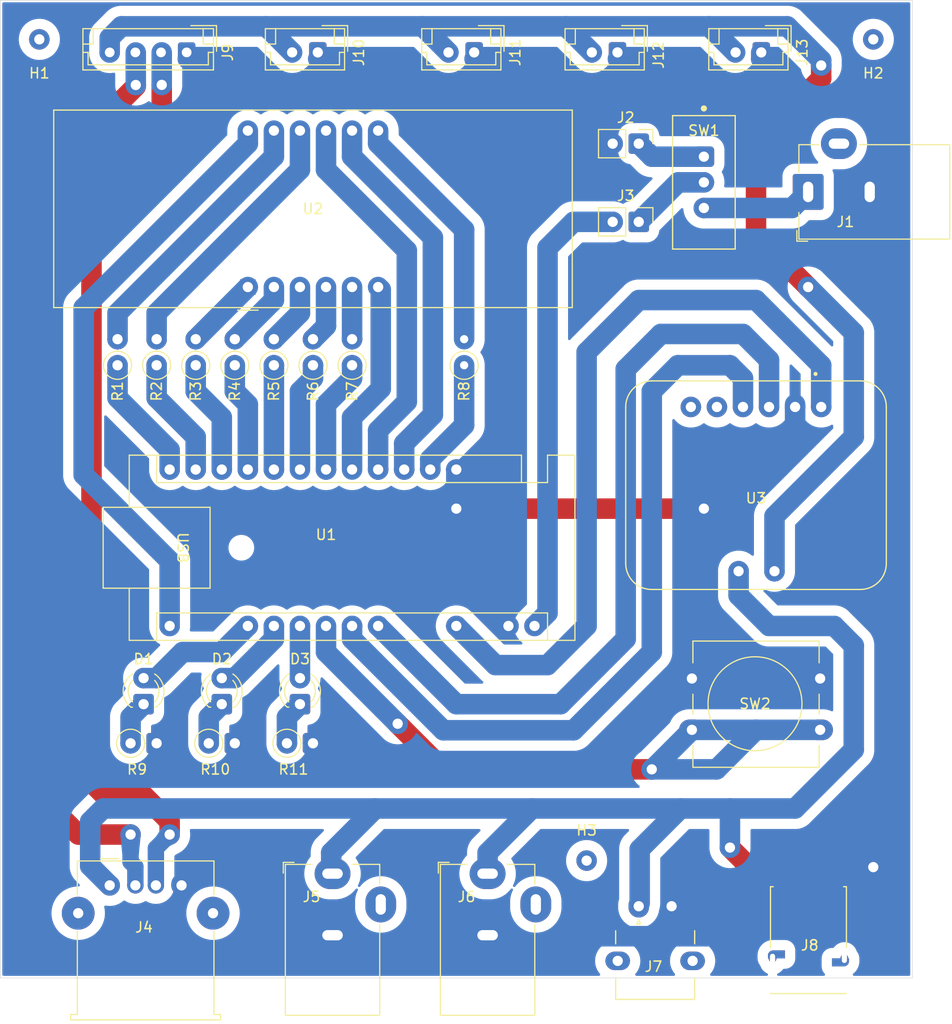
<source format=kicad_pcb>
(kicad_pcb (version 20241229) (generator "pcbnew") (generator_version "9.0")
  (layers (0 "F.Cu" signal) (2 "B.Cu" signal) (13 "F.Paste" user) (15 "B.Paste" user) (5 "F.SilkS" user "F.Silkscreen") (7 "B.SilkS" user "B.Silkscreen") (1 "F.Mask" user) (3 "B.Mask" user) (25 "Edge.Cuts" user))
  (net 0 "")
  (net 1 "I2C_SCL")
  (net 2 "PWR")
  (net 3 "DIG3")
  (net 4 "DIG4")
  (net 5 "Net-(D1-A)")
  (net 6 "I2C_SDA")
  (net 7 "GND")
  (net 8 "Net-(D2-A)")
  (net 9 "DIG1")
  (net 10 "Net-(D3-A)")
  (net 11 "Net-(U1-A3)")
  (net 12 "DIG2")
  (net 13 "5V")
  (net 14 "VIN+")
  (net 15 "VIN-")
  (net 16 "DATA1+")
  (net 17 "DATA1-")
  (net 18 "SEG_A")
  (net 19 "SEG_F")
  (net 20 "SEG_B")
  (net 21 "SEG_G")
  (net 22 "SEG_C")
  (net 23 "SEG_P")
  (net 24 "SEG_D")
  (net 25 "SEG_E")
  (net 26 "Net-(U2-a)")
  (net 27 "Net-(U2-b)")
  (net 28 "Net-(U2-c)")
  (net 29 "Net-(U2-d)")
  (net 30 "Net-(U2-e)")
  (net 31 "Net-(U2-f)")
  (net 32 "Net-(U2-g)")
  (net 33 "Net-(U2-DPX)")
  (net 36 "Net-(D1-K)")
  (net 37 "Net-(D2-K)")
  (net 38 "Net-(D3-K)")
  (net 39 "Net-(J1-Pad1)")
  (net 40 "Net-(J2-Pin_1)")
  (net 41 "Net-(J3-Pin_1)")
  (footprint "Custom:USB_B_Mini_OTG_THT_Molex_548190519" (layer "F.Cu") (at 158.75 121.56)
    (property "Reference" "J7" (at 1.44 5.61 0) (layer "F.SilkS"))
    (property "Value" "USB_B_Mini" (hide yes))
    (pad "1" thru_hole oval (at 0 -0.275) (size 2 2.2) (drill 1) (layers "*.Cu" "*.Mask") (net 14 "VIN+"))
    (pad "5" thru_hole roundrect (at 3.2 -0.275) (size 2 2.2) (drill 1) (layers "*.Cu" "*.Mask") (roundrect_rratio 0.1388888889) (net 7 "GND"))
    (pad "S1" thru_hole oval (at -2.05 5.05) (size 2.4 1.8) (drill 1) (layers "*.Cu" "*.Mask"))
    (pad "S2" thru_hole oval (at 5.25 5.05) (size 2.4 1.8) (drill 1) (layers "*.Cu" "*.Mask"))
  )
  (footprint "Connector_JST:JST_EH_B2B-EH-A_1x02_P2.50mm_Vertical" (layer "F.Cu") (at 170.688 38.1 180)
    (property "Reference" "J13" (at -4 0 90) (layer "F.SilkS"))
    (property "Value" "01x02" (hide yes))
    (pad "1" thru_hole roundrect (at 0 0 180) (size 1.7 2) (drill 1) (layers "*.Cu" "*.Mask") (roundrect_rratio 0.147059) (net 7 "GND"))
    (pad "2" thru_hole oval (at 2.5 0 180) (size 1.7 2) (drill 1) (layers "*.Cu" "*.Mask") (net 15 "VIN-"))
  )
  (footprint "Resistor_THT:R_Axial_DIN0207_L6.3mm_D2.5mm_P2.54mm_Vertical" (layer "F.Cu") (at 109.22 105.41)
    (property "Reference" "R9" (at 0.635 2.54 180) (layer "F.SilkS"))
    (property "Value" "R470" (hide yes))
    (pad "1" thru_hole circle (at 0 0) (size 2 2) (drill 1) (layers "*.Cu" "*.Mask") (net 36 "Net-(D1-K)"))
    (pad "2" thru_hole roundrect (at 2.54 0) (size 2 2) (drill 1) (layers "*.Cu" "*.Mask") (roundrect_rratio 0.1388888889) (net 7 "GND"))
  )
  (footprint "Resistor_THT:R_Axial_DIN0207_L6.3mm_D2.5mm_P2.54mm_Vertical" (layer "F.Cu") (at 124.46 105.41)
    (property "Reference" "R11" (at 0.635 2.54 180) (layer "F.SilkS"))
    (property "Value" "R470" (hide yes))
    (pad "1" thru_hole circle (at 0 0) (size 2 2) (drill 1) (layers "*.Cu" "*.Mask") (net 38 "Net-(D3-K)"))
    (pad "2" thru_hole roundrect (at 2.54 0) (size 2 2) (drill 1) (layers "*.Cu" "*.Mask") (roundrect_rratio 0.15625) (net 7 "GND"))
  )
  (footprint "Connector_JST:JST_EH_B4B-EH-A_1x04_P2.50mm_Vertical" (layer "F.Cu") (at 114.688 38.1 180)
    (property "Reference" "J9" (at -4 0 270) (layer "F.SilkS"))
    (property "Value" "01x04" (hide yes))
    (pad "1" thru_hole roundrect (at 0 0 180) (size 1.7 1.95) (drill 0.95) (layers "*.Cu" "*.Mask") (roundrect_rratio 0.147059) (net 7 "GND"))
    (pad "2" thru_hole oval (at 2.5 0 180) (size 1.7 1.95) (drill 0.95) (layers "*.Cu" "*.Mask") (net 16 "DATA1+"))
    (pad "3" thru_hole oval (at 5 0 180) (size 1.7 1.95) (drill 0.95) (layers "*.Cu" "*.Mask") (net 17 "DATA1-"))
    (pad "4" thru_hole oval (at 7.5 0 180) (size 1.7 1.95) (drill 0.95) (layers "*.Cu" "*.Mask") (net 15 "VIN-"))
  )
  (footprint "MountingHole:MountingHole_2mm" (layer "F.Cu") (at 153.67 116.84)
    (property "Reference" "H3" (at 0 -2.95 0) (layer "F.SilkS"))
    (property "Value" "MountingHole" (hide yes))
    (pad "" np_thru_hole circle (at 0 0) (size 2 2) (drill 1) (layers "*.Cu" "*.Mask"))
  )
  (footprint "Resistor_THT:R_Axial_DIN0207_L6.3mm_D2.5mm_P2.54mm_Vertical" (layer "F.Cu") (at 119.38 68.58 90)
    (property "Reference" "R4" (at -2.54 0 90) (layer "F.SilkS"))
    (property "Value" "R470" (hide yes))
    (pad "1" thru_hole circle (at 0 0 90) (size 2 2) (drill 1) (layers "*.Cu" "*.Mask") (net 24 "SEG_D"))
    (pad "2" thru_hole circle (at 2.54 0 90) (size 2 2) (drill 1) (layers "*.Cu" "*.Mask") (net 29 "Net-(U2-d)"))
  )
  (footprint "Button_Switch_THT:SW_PUSH-12mm_Wuerth-430476085716" (layer "F.Cu") (at 176.43 104.1 180)
    (property "Reference" "SW2" (at 6.35 2.54 0) (layer "F.SilkS"))
    (property "Value" "SW_Push" (hide yes))
    (pad "1" thru_hole oval (at 0 0 180) (size 2.5 2) (drill 1) (layers "*.Cu" "*.Mask") (net 11 "Net-(U1-A3)"))
    (pad "1" thru_hole oval (at 12.5 0 180) (size 2.5 2) (drill 1) (layers "*.Cu" "*.Mask") (net 11 "Net-(U1-A3)"))
    (pad "2" thru_hole oval (at 0 5 180) (size 2.5 2) (drill 1) (layers "*.Cu" "*.Mask") (net 7 "GND"))
    (pad "2" thru_hole oval (at 12.5 5 180) (size 2.5 2) (drill 1) (layers "*.Cu" "*.Mask") (net 7 "GND"))
  )
  (footprint "Custom:Arduino_Nano_v3" (layer "F.Cu") (at 148.59 78.74 -90)
    (property "Reference" "U1" (at 6.35 20.32 180) (layer "F.SilkS"))
    (property "Value" "Arduino_Nano_v3.x")
    (fp_text user "USB" (at 7.62 34.29 270) (layer "F.SilkS"))
    (pad "4" thru_hole circle (at 0 7.62 270) (size 2 2) (drill 1) (layers "*.Cu" "*.Mask") (net 7 "GND"))
    (pad "5" thru_hole circle (at 0 10.16 270) (size 2 2) (drill 1) (layers "*.Cu" "*.Mask") (net 20 "SEG_B"))
    (pad "6" thru_hole circle (at 0 12.7 270) (size 2 2) (drill 1) (layers "*.Cu" "*.Mask") (net 3 "DIG3"))
    (pad "7" thru_hole circle (at 0 15.24 270) (size 2 2) (drill 1) (layers "*.Cu" "*.Mask") (net 12 "DIG2"))
    (pad "8" thru_hole circle (at 0 17.78 270) (size 1.8 1.8) (drill 1) (layers "*.Cu" "*.Mask") (net 4 "DIG4"))
    (pad "9" thru_hole circle (at 0 20.32 270) (size 2 2) (drill 1) (layers "*.Cu" "*.Mask") (net 21 "SEG_G"))
    (pad "10" thru_hole circle (at 0 22.86 270) (size 1.8 1.8) (drill 1) (layers "*.Cu" "*.Mask") (net 22 "SEG_C"))
    (pad "11" thru_hole circle (at 0 25.4 270) (size 2 2) (drill 1) (layers "*.Cu" "*.Mask") (net 23 "SEG_P"))
    (pad "12" thru_hole circle (at 0 27.94 270) (size 2 2) (drill 1) (layers "*.Cu" "*.Mask") (net 24 "SEG_D"))
    (pad "13" thru_hole circle (at 0 30.48 270) (size 2 2) (drill 1) (layers "*.Cu" "*.Mask") (net 25 "SEG_E"))
    (pad "14" thru_hole circle (at 0 33.02 270) (size 2 2) (drill 1) (layers "*.Cu" "*.Mask") (net 19 "SEG_F"))
    (pad "15" thru_hole circle (at 0 35.56 270) (size 2 2) (drill 1) (layers "*.Cu" "*.Mask") (net 18 "SEG_A"))
    (pad "16" thru_hole circle (at 15.24 35.56 270) (size 2 2) (drill 1) (layers "*.Cu" "*.Mask") (net 9 "DIG1"))
    (pad "19" thru_hole circle (at 15.24 27.94 270) (size 2 2) (drill 1) (layers "*.Cu" "*.Mask") (net 5 "Net-(D1-A)"))
    (pad "20" thru_hole circle (at 15.24 25.4 270) (size 2 2) (drill 1) (layers "*.Cu" "*.Mask") (net 8 "Net-(D2-A)"))
    (pad "21" thru_hole circle (at 15.24 22.86 270) (size 2 2) (drill 1) (layers "*.Cu" "*.Mask") (net 10 "Net-(D3-A)"))
    (pad "22" thru_hole circle (at 15.24 20.32 270) (size 1.8 1.8) (drill 1) (layers "*.Cu" "*.Mask") (net 11 "Net-(U1-A3)"))
    (pad "23" thru_hole circle (at 15.24 17.78 270) (size 2 2) (drill 1) (layers "*.Cu" "*.Mask") (net 6 "I2C_SDA"))
    (pad "24" thru_hole circle (at 15.24 15.24 270) (size 2 2) (drill 1) (layers "*.Cu" "*.Mask") (net 1 "I2C_SCL"))
    (pad "27" thru_hole circle (at 15.24 7.62 270) (size 2 2) (drill 1) (layers "*.Cu" "*.Mask") (net 13 "5V"))
    (pad "29" thru_hole circle (at 15.24 2.54 270) (size 2 2) (drill 1) (layers "*.Cu" "*.Mask") (net 7 "GND"))
    (pad "30" thru_hole circle (at 15.24 0 270) (size 2 2) (drill 1) (layers "*.Cu" "*.Mask") (net 2 "PWR"))
  )
  (footprint "Display_7Segment:CA56-12CGKWA" (layer "F.Cu") (at 120.65 60.96 90)
    (property "Reference" "U2" (at 7.62 6.35 180) (layer "F.SilkS"))
    (property "Value" "Display_5641BS")
    (pad "1" thru_hole rect (at 0 0 90) (size 1.5 1.5) (drill 1) (layers "*.Cu" "*.Mask") (net 30 "Net-(U2-e)"))
    (pad "2" thru_hole circle (at 0 2.54 90) (size 1.5 1.5) (drill 1) (layers "*.Cu" "*.Mask") (net 29 "Net-(U2-d)"))
    (pad "3" thru_hole circle (at 0 5.08 90) (size 1.5 1.5) (drill 1) (layers "*.Cu" "*.Mask") (net 33 "Net-(U2-DPX)"))
    (pad "4" thru_hole circle (at 0 7.62 90) (size 1.5 1.5) (drill 1) (layers "*.Cu" "*.Mask") (net 28 "Net-(U2-c)"))
    (pad "5" thru_hole circle (at 0 10.16 90) (size 1.5 1.5) (drill 1) (layers "*.Cu" "*.Mask") (net 32 "Net-(U2-g)"))
    (pad "6" thru_hole circle (at 0 12.7 90) (size 1.5 1.5) (drill 1) (layers "*.Cu" "*.Mask") (net 4 "DIG4"))
    (pad "7" thru_hole circle (at 15.24 12.7 90) (size 1.5 1.5) (drill 1) (layers "*.Cu" "*.Mask") (net 27 "Net-(U2-b)"))
    (pad "8" thru_hole circle (at 15.24 10.16 90) (size 1.5 1.5) (drill 1) (layers "*.Cu" "*.Mask") (net 3 "DIG3"))
    (pad "9" thru_hole circle (at 15.24 7.62 90) (size 1.5 1.5) (drill 1) (layers "*.Cu" "*.Mask") (net 12 "DIG2"))
    (pad "10" thru_hole circle (at 15.24 5.08 90) (size 1.5 1.5) (drill 1) (layers "*.Cu" "*.Mask") (net 31 "Net-(U2-f)"))
    (pad "11" thru_hole circle (at 15.24 2.54 90) (size 1.5 1.5) (drill 1) (layers "*.Cu" "*.Mask") (net 26 "Net-(U2-a)"))
    (pad "12" thru_hole circle (at 15.24 0 90) (size 1.5 1.5) (drill 1) (layers "*.Cu" "*.Mask") (net 9 "DIG1"))
  )
  (footprint "LED_THT:LED_D3.0mm" (layer "F.Cu") (at 125.73 101.6 90)
    (property "Reference" "D3" (at 4.4 0 0) (layer "F.SilkS"))
    (property "Value" "LED" (hide yes))
    (pad "1" thru_hole roundrect (at 0 0 90) (size 2 2) (drill 1) (layers "*.Cu" "*.Mask") (roundrect_rratio 0.1388888889) (net 38 "Net-(D3-K)"))
    (pad "2" thru_hole circle (at 2.54 0 90) (size 2 2) (drill 1) (layers "*.Cu" "*.Mask") (net 10 "Net-(D3-A)"))
  )
  (footprint "Resistor_THT:R_Axial_DIN0207_L6.3mm_D2.5mm_P2.54mm_Vertical" (layer "F.Cu") (at 111.76 68.58 90)
    (property "Reference" "R2" (at -2.54 0 90) (layer "F.SilkS"))
    (property "Value" "R470" (hide yes))
    (pad "1" thru_hole circle (at 0 0 90) (size 2 2) (drill 1) (layers "*.Cu" "*.Mask") (net 19 "SEG_F"))
    (pad "2" thru_hole circle (at 2.54 0 90) (size 2 2) (drill 1) (layers "*.Cu" "*.Mask") (net 31 "Net-(U2-f)"))
  )
  (footprint "Connector_JST:JST_EH_B2B-EH-A_1x02_P2.50mm_Vertical" (layer "F.Cu") (at 142.708 38.1 180)
    (property "Reference" "J11" (at -4 0 90) (layer "F.SilkS"))
    (property "Value" "01x02" (hide yes))
    (pad "1" thru_hole roundrect (at 0 0 180) (size 1.7 2) (drill 1) (layers "*.Cu" "*.Mask") (roundrect_rratio 0.147059) (net 7 "GND"))
    (pad "2" thru_hole oval (at 2.5 0 180) (size 1.7 2) (drill 1) (layers "*.Cu" "*.Mask") (net 15 "VIN-"))
  )
  (footprint "Custom:USB_B_Micro_THT_Amphenol_101181940011LF" (layer "F.Cu") (at 175.29 126.365)
    (property "Reference" "J8" (at 0.127 -1.27 0) (layer "F.SilkS"))
    (property "Value" "USB_B_Micro" (hide yes))
    (pad "1" smd roundrect (at -1.3 -5.715) (size 1.6 2) (layers "F.Cu" "F.Mask" "F.Paste") (roundrect_rratio 0.1388888889) (net 14 "VIN+"))
    (pad "5" smd roundrect (at 1.3 -5.715) (size 1.6 2) (layers "F.Cu" "F.Mask" "F.Paste") (roundrect_rratio 0.1388888889) (net 7 "GND"))
    (pad "S2" thru_hole custom (at -3.5 0) (size 0.775 0.9) (drill oval 0.5 1.15) (layers "*.Cu") (options (clearance outline) (anchor circle)) (primitives (gr_poly (pts (xy -0.25 0) (xy -0.445 0) (xy -0.445 -0.275) (xy -0.444 -0.301) (xy -0.442 -0.327) (xy -0.439 -0.353) (xy -0.434 -0.379) (xy -0.428 -0.404) (xy -0.421 -0.43) (xy -0.412 -0.454) (xy -0.402 -0.478) (xy -0.391 -0.502) (xy -0.378 -0.525) (xy -0.364 -0.547) (xy -0.35 -0.569) (xy -0.334 -0.59) (xy -0.317 -0.61) (xy -0.299 -0.629) (xy -0.28 -0.647) (xy -0.26 -0.664) (xy -0.239 -0.68) (xy -0.217 -0.694) (xy -0.195 -0.708) (xy -0.172 -0.721) (xy -0.148 -0.732) (xy -0.124 -0.742) (xy -0.1 -0.751) (xy -0.074 -0.758) (xy -0.049 -0.764) (xy -0.023 -0.769) (xy 0.003 -0.772) (xy 0.029 -0.774) (xy 0.055 -0.775) (xy 1.2 -0.775) (xy 1.2 0) (xy 0.25 0) (xy 0.25 -0.013) (xy 0.249 -0.026) (xy 0.247 -0.039) (xy 0.245 -0.052) (xy 0.241 -0.065) (xy 0.238 -0.077) (xy 0.233 -0.09) (xy 0.228 -0.102) (xy 0.223 -0.113) (xy 0.217 -0.125) (xy 0.21 -0.136) (xy 0.202 -0.147) (xy 0.194 -0.157) (xy 0.186 -0.167) (xy 0.177 -0.177) (xy 0.167 -0.186) (xy 0.157 -0.194) (xy 0.147 -0.202) (xy 0.136 -0.21) (xy 0.125 -0.217) (xy 0.113 -0.223) (xy 0.102 -0.228) (xy 0.09 -0.233) (xy 0.077 -0.238) (xy 0.065 -0.241) (xy 0.052 -0.245) (xy 0.039 -0.247) (xy 0.026 -0.249) (xy 0.013 -0.25) (xy 0 -0.25) (xy -0.013 -0.25) (xy -0.026 -0.249) (xy -0.039 -0.247) (xy -0.052 -0.245) (xy -0.065 -0.241) (xy -0.077 -0.238) (xy -0.09 -0.233) (xy -0.102 -0.228) (xy -0.113 -0.223) (xy -0.125 -0.217) (xy -0.136 -0.21) (xy -0.147 -0.202) (xy -0.157 -0.194) (xy -0.167 -0.186) (xy -0.177 -0.177) (xy -0.186 -0.167) (xy -0.194 -0.157) (xy -0.202 -0.147) (xy -0.21 -0.136) (xy -0.217 -0.125) (xy -0.223 -0.113) (xy -0.228 -0.102) (xy -0.233 -0.09) (xy -0.238 -0.077) (xy -0.241 -0.065) (xy -0.245 -0.052) (xy -0.247 -0.039) (xy -0.249 -0.026) (xy -0.25 -0.013) (xy -0.25 0)) (width 0.01) (fill yes))))
    (pad "S5" thru_hole custom (at 3.5 0) (size 0.775 0.9) (drill oval 0.5 1.15) (layers "*.Cu") (options (clearance outline) (anchor circle)) (primitives (gr_poly (pts (xy 0.25 0) (xy 0.445 0) (xy 0.445 0.275) (xy 0.444 0.301) (xy 0.442 0.327) (xy 0.439 0.353) (xy 0.434 0.379) (xy 0.428 0.404) (xy 0.421 0.43) (xy 0.412 0.454) (xy 0.402 0.478) (xy 0.391 0.502) (xy 0.378 0.525) (xy 0.364 0.547) (xy 0.35 0.569) (xy 0.334 0.59) (xy 0.317 0.61) (xy 0.299 0.629) (xy 0.28 0.647) (xy 0.26 0.664) (xy 0.239 0.68) (xy 0.217 0.694) (xy 0.195 0.708) (xy 0.172 0.721) (xy 0.148 0.732) (xy 0.124 0.742) (xy 0.1 0.751) (xy 0.074 0.758) (xy 0.049 0.764) (xy 0.023 0.769) (xy -0.003 0.772) (xy -0.029 0.774) (xy -0.055 0.775) (xy -1.2 0.775) (xy -1.2 0) (xy -0.25 0) (xy -0.25 0.013) (xy -0.249 0.026) (xy -0.247 0.039) (xy -0.245 0.052) (xy -0.241 0.065) (xy -0.238 0.077) (xy -0.233 0.09) (xy -0.228 0.102) (xy -0.223 0.113) (xy -0.217 0.125) (xy -0.21 0.136) (xy -0.202 0.147) (xy -0.194 0.157) (xy -0.186 0.167) (xy -0.177 0.177) (xy -0.167 0.186) (xy -0.157 0.194) (xy -0.147 0.202) (xy -0.136 0.21) (xy -0.125 0.217) (xy -0.113 0.223) (xy -0.102 0.228) (xy -0.09 0.233) (xy -0.077 0.238) (xy -0.065 0.241) (xy -0.052 0.245) (xy -0.039 0.247) (xy -0.026 0.249) (xy -0.013 0.25) (xy 0 0.25) (xy 0.013 0.25) (xy 0.026 0.249) (xy 0.039 0.247) (xy 0.052 0.245) (xy 0.065 0.241) (xy 0.077 0.238) (xy 0.09 0.233) (xy 0.102 0.228) (xy 0.113 0.223) (xy 0.125 0.217) (xy 0.136 0.21) (xy 0.147 0.202) (xy 0.157 0.194) (xy 0.167 0.186) (xy 0.177 0.177) (xy 0.186 0.167) (xy 0.194 0.157) (xy 0.202 0.147) (xy 0.21 0.136) (xy 0.217 0.125) (xy 0.223 0.113) (xy 0.228 0.102) (xy 0.233 0.09) (xy 0.238 0.077) (xy 0.241 0.065) (xy 0.245 0.052) (xy 0.247 0.039) (xy 0.249 0.026) (xy 0.25 0.013) (xy 0.25 0)) (width 0.01) (fill yes))))
  )
  (footprint "Resistor_THT:R_Axial_DIN0207_L6.3mm_D2.5mm_P2.54mm_Vertical" (layer "F.Cu") (at 116.84 105.41)
    (property "Reference" "R10" (at 0.635 2.54 180) (layer "F.SilkS"))
    (property "Value" "R470" (hide yes))
    (pad "1" thru_hole circle (at 0 0) (size 2 2) (drill 1) (layers "*.Cu" "*.Mask") (net 37 "Net-(D2-K)"))
    (pad "2" thru_hole roundrect (at 2.54 0) (size 2 2) (drill 1) (layers "*.Cu" "*.Mask") (roundrect_rratio 0.15625) (net 7 "GND"))
  )
  (footprint "Connector_PinHeader_2.54mm:PinHeader_1x02_P2.54mm_Vertical" (layer "F.Cu") (at 158.749 46.99 -90)
    (property "Reference" "J2" (at -2.54 1.27 0) (layer "F.SilkS"))
    (property "Value" "BAT_IN")
    (pad "1" thru_hole roundrect (at 0 0 270) (size 2 2) (drill 1) (layers "*.Cu" "*.Mask") (roundrect_rratio 0.1470588235) (net 40 "Net-(J2-Pin_1)"))
    (pad "2" thru_hole circle (at 0 2.54 270) (size 2 2) (drill 1) (layers "*.Cu" "*.Mask") (net 7 "GND"))
  )
  (footprint "Resistor_THT:R_Axial_DIN0207_L6.3mm_D2.5mm_P2.54mm_Vertical" (layer "F.Cu") (at 141.732 68.58 90)
    (property "Reference" "R8" (at -2.54 0 90) (layer "F.SilkS"))
    (property "Value" "R470" (hide yes))
    (pad "1" thru_hole circle (at 0 0 90) (size 1.6 1.6) (drill 0.8) (layers "*.Cu" "*.Mask") (net 20 "SEG_B"))
    (pad "2" thru_hole circle (at 2.54 0 90) (size 1.6 1.6) (drill 0.8) (layers "*.Cu" "*.Mask") (net 27 "Net-(U2-b)"))
  )
  (footprint "Connector_BarrelJack:BarrelJack_Horizontal" (layer "F.Cu") (at 144.018 118.11 90)
    (property "Reference" "J6" (at -2.26 -2.0525 180) (layer "F.SilkS"))
    (property "Value" "Jack_DC" (hide yes))
    (pad "1" thru_hole oval (at 0 0 90) (size 3 3.5) (drill oval 1 2) (layers "*.Cu" "*.Mask") (net 14 "VIN+"))
    (pad "2" thru_hole roundrect (at -6 0 90) (size 3 3.5) (drill oval 1 2) (layers "*.Cu" "*.Mask") (net 7 "GND"))
    (pad "3" thru_hole oval (at -3 4.7 90) (size 3.5 3) (drill oval 2 1) (layers "*.Cu" "*.Mask"))
  )
  (footprint "MountingHole:MountingHole_2mm" (layer "F.Cu") (at 120.015 86.36)
    (property "Reference" "H4" (hide yes))
    (property "Value" "MountingHole" (hide yes))
    (pad "" np_thru_hole circle (at 0 0) (size 2 2) (drill 2) (layers "*.Cu" "*.Mask"))
  )
  (footprint "Connector_PinHeader_2.54mm:PinHeader_1x02_P2.54mm_Vertical" (layer "F.Cu") (at 158.75 54.61 -90)
    (property "Reference" "J3" (at -2.54 1.27 0) (layer "F.SilkS"))
    (property "Value" "ON_OFF")
    (pad "1" thru_hole roundrect (at 0 0 270) (size 2 2) (drill 1) (layers "*.Cu" "*.Mask") (roundrect_rratio 0.125) (net 41 "Net-(J3-Pin_1)"))
    (pad "2" thru_hole circle (at 0 2.54 270) (size 2 2) (drill 1) (layers "*.Cu" "*.Mask") (net 2 "PWR"))
  )
  (footprint "Connector_USB:USB_A_Molex_67643_Horizontal" (layer "F.Cu") (at 107.188 119.253)
    (property "Reference" "J4" (at 3.34 4.09 0) (layer "F.SilkS"))
    (property "Value" "USB_A" (hide yes))
    (pad "1" thru_hole circle (at 0 0) (size 2 2) (drill 1) (layers "*.Cu" "*.Mask") (net 14 "VIN+"))
    (pad "2" thru_hole circle (at 2.5 0) (size 1.6 1.6) (drill 1) (layers "*.Cu" "*.Mask") (net 17 "DATA1-"))
    (pad "3" thru_hole circle (at 4.5 0) (size 1.6 1.6) (drill 1) (layers "*.Cu" "*.Mask") (net 16 "DATA1+"))
    (pad "4" thru_hole circle (at 7 0) (size 2 2) (drill 1) (layers "*.Cu" "*.Mask") (net 7 "GND"))
    (pad "5" thru_hole circle (at -3.07 2.71) (size 3.2 3.2) (drill 1) (layers "*.Cu" "*.Mask"))
    (pad "5" thru_hole circle (at 10.07 2.71) (size 3.2 3.2) (drill 1) (layers "*.Cu" "*.Mask"))
  )
  (footprint "Resistor_THT:R_Axial_DIN0207_L6.3mm_D2.5mm_P2.54mm_Vertical" (layer "F.Cu") (at 123.19 68.58 90)
    (property "Reference" "R5" (at -2.54 0 90) (layer "F.SilkS"))
    (property "Value" "R470" (hide yes))
    (pad "1" thru_hole circle (at 0 0 90) (size 2 2) (drill 1) (layers "*.Cu" "*.Mask") (net 23 "SEG_P"))
    (pad "2" thru_hole circle (at 2.54 0 90) (size 2 2) (drill 1) (layers "*.Cu" "*.Mask") (net 33 "Net-(U2-DPX)"))
  )
  (footprint "MountingHole:MountingHole_2mm" (layer "F.Cu") (at 100.33 36.83)
    (property "Reference" "H1" (at 0 3.3 0) (layer "F.SilkS"))
    (property "Value" "MountingHole" (hide yes))
    (pad "" np_thru_hole circle (at 0 0) (size 2 2) (drill 1) (layers "*.Cu" "*.Mask"))
  )
  (footprint "Connector_BarrelJack:BarrelJack_Horizontal" (layer "F.Cu") (at 128.905 118.11 90)
    (property "Reference" "J5" (at -2.26 -2.0525 180) (layer "F.SilkS"))
    (property "Value" "Jack_DC" (hide yes))
    (pad "1" thru_hole oval (at 0 0 90) (size 3 3.5) (drill oval 1 2) (layers "*.Cu" "*.Mask") (net 14 "VIN+"))
    (pad "2" thru_hole roundrect (at -6 0 90) (size 3 3.5) (drill oval 1 2) (layers "*.Cu" "*.Mask") (net 7 "GND"))
    (pad "3" thru_hole oval (at -3 4.7 90) (size 3.5 3) (drill oval 2 1) (layers "*.Cu" "*.Mask"))
  )
  (footprint "Resistor_THT:R_Axial_DIN0207_L6.3mm_D2.5mm_P2.54mm_Vertical" (layer "F.Cu") (at 130.81 68.58 90)
    (property "Reference" "R7" (at -2.54 0 90) (layer "F.SilkS"))
    (property "Value" "R470" (hide yes))
    (pad "1" thru_hole circle (at 0 0 90) (size 2 2) (drill 1) (layers "*.Cu" "*.Mask") (net 21 "SEG_G"))
    (pad "2" thru_hole circle (at 2.54 0 90) (size 2 2) (drill 1) (layers "*.Cu" "*.Mask") (net 32 "Net-(U2-g)"))
  )
  (footprint "Connector_JST:JST_EH_B2B-EH-A_1x02_P2.50mm_Vertical" (layer "F.Cu") (at 156.678 38.1 180)
    (property "Reference" "J12" (at -4 -0.254 90) (layer "F.SilkS"))
    (property "Value" "01x02" (hide yes))
    (pad "1" thru_hole roundrect (at 0 0 180) (size 1.7 2) (drill 1) (layers "*.Cu" "*.Mask") (roundrect_rratio 0.147059) (net 7 "GND"))
    (pad "2" thru_hole oval (at 2.5 0 180) (size 1.7 2) (drill 1) (layers "*.Cu" "*.Mask") (net 15 "VIN-"))
  )
  (footprint "Connector_JST:JST_EH_B2B-EH-A_1x02_P2.50mm_Vertical" (layer "F.Cu") (at 127.468 38.1 180)
    (property "Reference" "J10" (at -4 0 270) (layer "F.SilkS"))
    (property "Value" "01x02" (hide yes))
    (pad "1" thru_hole roundrect (at 0 0 180) (size 1.7 2) (drill 1) (layers "*.Cu" "*.Mask") (roundrect_rratio 0.147059) (net 7 "GND"))
    (pad "2" thru_hole oval (at 2.5 0 180) (size 1.7 2) (drill 1) (layers "*.Cu" "*.Mask") (net 15 "VIN-"))
  )
  (footprint "Connector_BarrelJack:BarrelJack_Horizontal" (layer "F.Cu") (at 175.26 51.69 180)
    (property "Reference" "J1" (at -3.635 -2.92 0) (layer "F.SilkS"))
    (property "Value" "Jack_DC" (hide yes))
    (pad "1" thru_hole roundrect (at 0 0 180) (size 3 3.5) (drill oval 1 2) (layers "*.Cu" "*.Mask") (roundrect_rratio 0.08333333333) (net 39 "Net-(J1-Pad1)"))
    (pad "2" thru_hole roundrect (at -6 0 180) (size 3 3.5) (drill oval 1 2) (layers "*.Cu" "*.Mask") (net 7 "GND"))
    (pad "3" thru_hole oval (at -3 4.7 180) (size 3.5 3) (drill oval 2 1) (layers "*.Cu" "*.Mask"))
  )
  (footprint "Custom:Switch_Slide_SPDT_Straight_TE_1825159_1" (layer "F.Cu") (at 165.1 50.76 -90)
    (property "Reference" "SW1" (at -5.04 0 0) (layer "F.SilkS") (effects (font (size 1.000685 1.000685))))
    (property "Value" "PWR_SW")
    (pad "1" thru_hole roundrect (at -2.5 0 270) (size 2 2) (drill 1) (layers "*.Cu" "*.Mask") (roundrect_rratio 0.1775568182) (net 40 "Net-(J2-Pin_1)"))
    (pad "2" thru_hole circle (at 0 0 270) (size 2 2) (drill 1) (layers "*.Cu" "*.Mask") (net 41 "Net-(J3-Pin_1)"))
    (pad "3" thru_hole circle (at 2.5 0 270) (size 2 2) (drill 1) (layers "*.Cu" "*.Mask") (net 39 "Net-(J1-Pad1)"))
  )
  (footprint "Resistor_THT:R_Axial_DIN0207_L6.3mm_D2.5mm_P2.54mm_Vertical" (layer "F.Cu") (at 115.57 68.58 90)
    (property "Reference" "R3" (at -2.54 0 90) (layer "F.SilkS"))
    (property "Value" "R470" (hide yes))
    (pad "1" thru_hole circle (at 0 0 90) (size 2 2) (drill 1) (layers "*.Cu" "*.Mask") (net 25 "SEG_E"))
    (pad "2" thru_hole circle (at 2.54 0 90) (size 2 2) (drill 1) (layers "*.Cu" "*.Mask") (net 30 "Net-(U2-e)"))
  )
  (footprint "LED_THT:LED_D3.0mm" (layer "F.Cu") (at 110.49 101.6 90)
    (property "Reference" "D1" (at 4.4 0 0) (layer "F.SilkS"))
    (property "Value" "LED" (hide yes))
    (pad "1" thru_hole roundrect (at 0 0 90) (size 2 2) (drill 1) (layers "*.Cu" "*.Mask") (roundrect_rratio 0.1388888889) (net 36 "Net-(D1-K)"))
    (pad "2" thru_hole circle (at 2.54 0 90) (size 2 2) (drill 1) (layers "*.Cu" "*.Mask") (net 5 "Net-(D1-A)"))
  )
  (footprint "LED_THT:LED_D3.0mm" (layer "F.Cu") (at 118.11 101.6 90)
    (property "Reference" "D2" (at 4.4 0 0) (layer "F.SilkS"))
    (property "Value" "LED" (hide yes))
    (pad "1" thru_hole roundrect (at 0 0 90) (size 2 2) (drill 1) (layers "*.Cu" "*.Mask") (roundrect_rratio 0.1388888889) (net 37 "Net-(D2-K)"))
    (pad "2" thru_hole circle (at 2.54 0 90) (size 2 2) (drill 1) (layers "*.Cu" "*.Mask") (net 8 "Net-(D2-A)"))
  )
  (footprint "MountingHole:MountingHole_2mm" (layer "F.Cu") (at 181.61 36.83)
    (property "Reference" "H2" (at 0 3.3 0) (layer "F.SilkS"))
    (property "Value" "MountingHole" (hide yes))
    (pad "" np_thru_hole circle (at 0 0) (size 2 2) (drill 1) (layers "*.Cu" "*.Mask"))
  )
  (footprint "Resistor_THT:R_Axial_DIN0207_L6.3mm_D2.5mm_P2.54mm_Vertical" (layer "F.Cu") (at 107.95 68.58 90)
    (property "Reference" "R1" (at -2.54 0 90) (layer "F.SilkS"))
    (property "Value" "R470" (hide yes))
    (pad "1" thru_hole circle (at 0 0 90) (size 2 2) (drill 1) (layers "*.Cu" "*.Mask") (net 18 "SEG_A"))
    (pad "2" thru_hole circle (at 2.54 0 90) (size 2 2) (drill 1) (layers "*.Cu" "*.Mask") (net 26 "Net-(U2-a)"))
  )
  (footprint "Custom:INA219_Module_Generic" (layer "F.Cu") (at 170.18 80.264 180)
    (property "Reference" "U3" (at 0 -1.27 180) (layer "F.SilkS"))
    (property "Value" "INA219_Module")
    (pad "1" thru_hole circle (at -6.35 7.62 180) (size 2 2) (drill 1) (layers "*.Cu" "*.Mask") (net 13 "5V"))
    (pad "2" thru_hole circle (at -3.81 7.62 180) (size 2 2) (drill 1) (layers "*.Cu" "*.Mask") (net 7 "GND"))
    (pad "3" thru_hole circle (at -1.27 7.62 180) (size 2 2) (drill 1) (layers "*.Cu" "*.Mask") (net 1 "I2C_SCL"))
    (pad "4" thru_hole circle (at 1.27 7.62 180) (size 2 2) (drill 1) (layers "*.Cu" "*.Mask") (net 6 "I2C_SDA"))
    (pad "5" thru_hole circle (at 3.81 7.62 180) (size 2 2) (drill 1) (layers "*.Cu" "*.Mask"))
    (pad "6" thru_hole circle (at 6.35 7.62 180) (size 2 2) (drill 1) (layers "*.Cu" "*.Mask"))
    (pad "7" thru_hole circle (at -1.8 -8.382 180) (size 2 2) (drill 1) (layers "*.Cu" "*.Mask") (net 15 "VIN-"))
    (pad "8" thru_hole circle (at 1.7 -8.382 180) (size 2 2) (drill 1) (layers "*.Cu" "*.Mask") (net 14 "VIN+"))
  )
  (footprint "Resistor_THT:R_Axial_DIN0207_L6.3mm_D2.5mm_P2.54mm_Vertical" (layer "F.Cu") (at 127 68.58 90)
    (property "Reference" "R6" (at -2.54 0 90) (layer "F.SilkS"))
    (property "Value" "R470" (hide yes))
    (pad "1" thru_hole circle (at 0 0 90) (size 2 2) (drill 1) (layers "*.Cu" "*.Mask") (net 22 "SEG_C"))
    (pad "2" thru_hole circle (at 2.54 0 90) (size 2 2) (drill 1) (layers "*.Cu" "*.Mask") (net 28 "Net-(U2-c)"))
  )
  (gr_line (start 96.52 128.27) (end 185.42 128.27) (stroke (width 0.05)) (layer "Edge.Cuts"))
  (gr_line (start 185.42 128.27) (end 185.42 33.02) (stroke (width 0.05)) (layer "Edge.Cuts"))
  (gr_line (start 96.52 33.02) (end 96.52 128.27) (stroke (width 0.05)) (layer "Edge.Cuts"))
  (gr_line (start 185.42 33.02) (end 96.52 33.02) (stroke (width 0.05)) (layer "Edge.Cuts"))
  (segment (start 160.909 65.532) (end 168.91 65.532) (width 2) (layer "B.Cu") (net 1))
  (segment (start 140.97 101.6) (end 151.13 101.6) (width 2) (layer "B.Cu") (net 1))
  (segment (start 133.35 93.98) (end 140.97 101.6) (width 2) (layer "B.Cu") (net 1))
  (segment (start 157.48 95.25) (end 157.48 68.961) (width 2) (layer "B.Cu") (net 1))
  (segment (start 151.13 101.6) (end 157.48 95.25) (width 2) (layer "B.Cu") (net 1))
  (segment (start 168.91 65.532) (end 171.45 68.072) (width 2) (layer "B.Cu") (net 1))
  (segment (start 157.48 68.961) (end 160.909 65.532) (width 2) (layer "B.Cu") (net 1))
  (segment (start 171.45 68.072) (end 171.45 72.39) (width 2) (layer "B.Cu") (net 1))
  (segment (start 149.86 92.71) (end 148.59 93.98) (width 2) (layer "B.Cu") (net 2))
  (segment (start 156.21 54.61) (end 152.4 54.61) (width 2) (layer "B.Cu") (net 2))
  (segment (start 152.4 54.61) (end 149.86 57.15) (width 2) (layer "B.Cu") (net 2))
  (segment (start 149.86 57.15) (end 149.86 92.71) (width 2) (layer "B.Cu") (net 2))
  (segment (start 135.89 76.2) (end 138.684 73.406) (width 2) (layer "B.Cu") (net 3))
  (segment (start 138.684 56.134) (end 130.81 48.26) (width 2) (layer "B.Cu") (net 3))
  (segment (start 135.89 78.74) (end 135.89 76.2) (width 2) (layer "B.Cu") (net 3))
  (segment (start 130.81 48.26) (end 130.81 45.72) (width 2) (layer "B.Cu") (net 3))
  (segment (start 138.684 73.406) (end 138.684 56.134) (width 2) (layer "B.Cu") (net 3))
  (segment (start 133.604 70.866) (end 130.81 73.66) (width 2) (layer "B.Cu") (net 4))
  (segment (start 130.81 73.66) (end 130.81 78.74) (width 2) (layer "B.Cu") (net 4))
  (segment (start 133.35 60.96) (end 133.604 61.214) (width 2) (layer "B.Cu") (net 4))
  (segment (start 133.604 61.214) (end 133.604 70.866) (width 2) (layer "B.Cu") (net 4))
  (segment (start 111.76 99.06) (end 110.49 99.06) (width 2) (layer "B.Cu") (net 5))
  (segment (start 114.3 96.52) (end 111.76 99.06) (width 2) (layer "B.Cu") (net 5))
  (segment (start 120.65 93.98) (end 118.11 96.52) (width 2) (layer "B.Cu") (net 5))
  (segment (start 118.11 96.52) (end 114.3 96.52) (width 2) (layer "B.Cu") (net 5))
  (segment (start 168.91 69.85) (end 167.64 68.58) (width 2) (layer "B.Cu") (net 6))
  (segment (start 139.7 104.14) (end 152.4 104.14) (width 2) (layer "B.Cu") (net 6))
  (segment (start 152.4 104.14) (end 160.02 96.52) (width 2) (layer "B.Cu") (net 6))
  (segment (start 162.56 68.58) (end 160.02 71.12) (width 2) (layer "B.Cu") (net 6))
  (segment (start 168.91 72.39) (end 168.91 69.85) (width 2) (layer "B.Cu") (net 6))
  (segment (start 130.81 93.98) (end 130.81 95.25) (width 2) (layer "B.Cu") (net 6))
  (segment (start 130.81 95.25) (end 139.7 104.14) (width 2) (layer "B.Cu") (net 6))
  (segment (start 167.64 68.58) (end 162.56 68.58) (width 2) (layer "B.Cu") (net 6))
  (segment (start 160.02 71.12) (end 160.02 96.52) (width 2) (layer "B.Cu") (net 6))
  (segment (start 178.435 120.65) (end 181.61 117.475) (width 2) (layer "F.Cu") (net 7))
  (segment (start 176.59 120.65) (end 178.435 120.65) (width 2) (layer "F.Cu") (net 7))
  (segment (start 165.1 82.55) (end 140.97 82.55) (width 2) (layer "F.Cu") (net 7))
  (via (at 165.1 82.55) (size 2) (drill 1) (layers "F.Cu" "B.Cu") (net 7))
  (via (at 181.61 117.475) (size 2) (drill 1) (layers "F.Cu" "B.Cu") (net 7))
  (via (at 140.97 82.55) (size 2) (drill 1) (layers "F.Cu" "B.Cu") (net 7))
  (segment (start 182.88 109.22) (end 182.88 116.205) (width 2) (layer "B.Cu") (net 7))
  (segment (start 146.05 54.61) (end 146.05 74.93) (width 2) (layer "B.Cu") (net 7))
  (segment (start 164.338 41.275) (end 147.955 41.275) (width 2) (layer "B.Cu") (net 7))
  (segment (start 165.1 97.93) (end 163.93 99.1) (width 2) (layer "B.Cu") (net 7))
  (segment (start 151.9555 126.365) (end 154.1145 124.206) (width 2) (layer "B.Cu") (net 7))
  (segment (start 153.67 46.99) (end 146.05 54.61) (width 2) (layer "B.Cu") (net 7))
  (segment (start 123.952 126.365) (end 102.235 126.365) (width 2) (layer "B.Cu") (net 7))
  (segment (start 167.64 82.55) (end 173.99 76.2) (width 2) (layer "B.Cu") (net 7))
  (segment (start 127 105.41) (end 130.175 108.585) (width 2) (layer "B.Cu") (net 7))
  (segment (start 176.53 115.57) (end 182.88 109.22) (width 2) (layer "B.Cu") (net 7))
  (segment (start 182.88 53.594) (end 182.88 109.22) (width 2) (layer "B.Cu") (net 7))
  (segment (start 99.695 113.665) (end 104.775 108.585) (width 2) (layer "B.Cu") (net 7))
  (segment (start 154.1145 124.206) (end 165.354 124.206) (width 2) (layer "B.Cu") (net 7))
  (segment (start 182.88 53.34) (end 182.88 49.53) (width 2) (layer "B.Cu") (net 7))
  (segment (start 170.688 38.1) (end 170.688 38.735) (width 2) (layer "B.Cu") (net 7))
  (segment (start 121.92 124.333) (end 123.952 126.365) (width 2) (layer "B.Cu") (net 7))
  (segment (start 161.95 121.285) (end 168.275 121.285) (width 2) (layer "B.Cu") (net 7))
  (segment (start 156.21 46.99) (end 153.67 46.99) (width 2) (layer "B.Cu") (net 7))
  (segment (start 119.38 105.41) (end 122.555 108.585) (width 2) (layer "B.Cu") (net 7))
  (segment (start 146.05 93.98) (end 140.97 88.9) (width 2) (layer "B.Cu") (net 7))
  (segment (start 167.64 82.55) (end 165.1 85.09) (width 2) (layer "B.Cu") (net 7))
  (segment (start 165.1 85.09) (end 165.1 97.93) (width 2) (layer "B.Cu") (net 7))
  (segment (start 102.235 126.365) (end 99.695 123.825) (width 2) (layer "B.Cu") (net 7))
  (segment (start 111.76 105.41) (end 114.935 108.585) (width 2) (layer "B.Cu") (net 7))
  (segment (start 146.05 74.93) (end 142.24 78.74) (width 2) (layer "B.Cu") (net 7))
  (segment (start 121.92 124.333) (end 121.92 119.38) (width 2) (layer "B.Cu") (net 7))
  (segment (start 117.338 41.275) (end 114.798 38.735) (width 2) (layer "B.Cu") (net 7))
  (segment (start 146.05 54.61) (end 146.05 46.99) (width 2) (layer "B.Cu") (net 7))
  (segment (start 154.305 108.585) (end 163.79 99.1) (width 2) (layer "B.Cu") (net 7))
  (segment (start 165.1 82.55) (end 165.1 85.09) (width 2) (layer "B.Cu") (net 7))
  (segment (start 116.448 116.84) (end 119.38 116.84) (width 2) (layer "B.Cu") (net 7))
  (segment (start 121.92 119.38) (end 119.38 116.84) (width 2) (layer "B.Cu") (net 7))
  (segment (start 140.97 82.55) (end 140.97 78.74) (width 2) (layer "B.Cu") (net 7))
  (segment (start 163.93 99.1) (end 176.43 99.1) (width 2) (layer "B.Cu") (net 7))
  (segment (start 142.748 38.735) (end 145.288 41.275) (width 2) (layer "B.Cu") (net 7))
  (segment (start 156.718 38.735) (end 159.258 41.275) (width 2) (layer "B.Cu") (net 7))
  (segment (start 175.133 43.18) (end 180.34 43.18) (width 2) (layer "B.Cu") (net 7))
  (segment (start 123.952 126.365) (end 151.9555 126.365) (width 2) (layer "B.Cu") (net 7))
  (segment (start 140.97 88.9) (end 140.97 82.55) (width 2) (layer "B.Cu") (net 7))
  (segment (start 170.688 38.735) (end 173.228 41.275) (width 2) (layer "B.Cu") (net 7))
  (segment (start 182.88 49.276) (end 182.88 45.72) (width 2) (layer "B.Cu") (net 7))
  (segment (start 165.1 82.55) (end 167.64 82.55) (width 2) (layer "B.Cu") (net 7))
  (segment (start 175.133 43.18) (end 173.228 41.275) (width 2) (layer "B.Cu") (net 7))
  (segment (start 114.935 108.585) (end 122.555 108.585) (width 2) (layer "B.Cu") (net 7))
  (segment (start 182.88 116.205) (end 181.61 117.475) (width 2) (layer "B.Cu") (net 7))
  (segment (start 153.67 46.99) (end 147.955 41.275) (width 2) (layer "B.Cu") (net 7))
  (segment (start 104.775 108.585) (end 114.935 108.585) (width 2) (layer "B.Cu") (net 7))
  (segment (start 173.99 115.57) (end 176.53 115.57) (width 2) (layer "B.Cu") (net 7))
  (segment (start 146.05 46.99) (end 140.335 41.275) (width 2) (layer "B.Cu") (net 7))
  (segment (start 127.508 38.735) (end 130.048 41.275) (width 2) (layer "B.Cu") (net 7))
  (segment (start 168.275 121.285) (end 173.99 115.57) (width 2) (layer "B.Cu") (net 7))
  (segment (start 99.695 123.825) (end 99.695 113.665) (width 2) (layer "B.Cu") (net 7))
  (segment (start 163.79 99.1) (end 163.93 99.1) (width 2) (layer "B.Cu") (net 7))
  (segment (start 114.188 119.1) (end 116.448 116.84) (width 2) (layer "B.Cu") (net 7))
  (segment (start 140.335 41.275) (end 117.338 41.275) (width 2) (layer "B.Cu") (net 7))
  (segment (start 147.955 41.275) (end 140.335 41.275) (width 2) (layer "B.Cu") (net 7))
  (segment (start 130.175 108.585) (end 154.305 108.585) (width 2) (layer "B.Cu") (net 7))
  (segment (start 182.88 45.72) (end 180.34 43.18) (width 2) (layer "B.Cu") (net 7))
  (segment (start 122.555 108.585) (end 130.175 108.585) (width 2) (layer "B.Cu") (net 7))
  (segment (start 173.99 76.2) (end 173.99 72.39) (width 2) (layer "B.Cu") (net 7))
  (segment (start 142.24 78.74) (end 140.97 78.74) (width 2) (layer "B.Cu") (net 7))
  (segment (start 165.354 124.206) (end 168.275 121.285) (width 2) (layer "B.Cu") (net 7))
  (segment (start 161.798 41.275) (end 173.228 41.275) (width 2) (layer "B.Cu") (net 7))
  (segment (start 119.38 99.06) (end 118.11 99.06) (width 2) (layer "B.Cu") (net 8))
  (segment (start 123.19 93.98) (end 123.19 95.25) (width 2) (layer "B.Cu") (net 8))
  (segment (start 123.19 95.25) (end 119.38 99.06) (width 2) (layer "B.Cu") (net 8))
  (segment (start 113.03 87.63) (end 104.648 79.248) (width 2) (layer "B.Cu") (net 9))
  (segment (start 113.03 93.98) (end 113.03 87.63) (width 2) (layer "B.Cu") (net 9))
  (segment (start 104.648 79.248) (end 104.648 62.992) (width 2) (layer "B.Cu") (net 9))
  (segment (start 104.648 62.992) (end 120.65 46.99) (width 2) (layer "B.Cu") (net 9))
  (segment (start 120.65 46.99) (end 120.65 45.72) (width 2) (layer "B.Cu") (net 9))
  (segment (start 125.73 93.98) (end 125.73 99.06) (width 2) (layer "B.Cu") (net 10))
  (segment (start 135.255 103.505) (end 139.7 107.95) (width 2) (layer "F.Cu") (net 11))
  (segment (start 160.02 107.95) (end 139.7 107.95) (width 2) (layer "F.Cu") (net 11))
  (via (at 135.255 103.505) (size 2) (drill 1) (layers "F.Cu" "B.Cu") (net 11))
  (via (at 160.02 107.95) (size 2) (drill 1) (layers "F.Cu" "B.Cu") (net 11))
  (segment (start 170.18 104.1) (end 176.43 104.1) (width 2) (layer "B.Cu") (net 11))
  (segment (start 163.93 104.1) (end 170.18 104.1) (width 2) (layer "B.Cu") (net 11))
  (segment (start 128.27 93.98) (end 128.27 96.52) (width 2) (layer "B.Cu") (net 11))
  (segment (start 166.33 107.95) (end 170.18 104.1) (width 2) (layer "B.Cu") (net 11))
  (segment (start 160.02 107.95) (end 166.33 107.95) (width 2) (layer "B.Cu") (net 11))
  (segment (start 128.27 96.52) (end 135.255 103.505) (width 2) (layer "B.Cu") (net 11))
  (segment (start 160.08 107.95) (end 163.93 104.1) (width 2) (layer "B.Cu") (net 11))
  (segment (start 160.02 107.95) (end 160.08 107.95) (width 2) (layer "B.Cu") (net 11))
  (segment (start 136.144 57.404) (end 128.27 49.53) (width 2) (layer "B.Cu") (net 12))
  (segment (start 133.35 78.74) (end 133.35 74.93) (width 2) (layer "B.Cu") (net 12))
  (segment (start 128.27 49.53) (end 128.27 45.72) (width 2) (layer "B.Cu") (net 12))
  (segment (start 136.144 72.136) (end 136.144 57.404) (width 2) (layer "B.Cu") (net 12))
  (segment (start 133.35 74.93) (end 136.144 72.136) (width 2) (layer "B.Cu") (net 12))
  (segment (start 149.86 97.79) (end 144.78 97.79) (width 2) (layer "B.Cu") (net 13))
  (segment (start 170.18 62.23) (end 158.75 62.23) (width 2) (layer "B.Cu") (net 13))
  (segment (start 153.67 93.98) (end 149.86 97.79) (width 2) (layer "B.Cu") (net 13))
  (segment (start 144.78 97.79) (end 140.97 93.98) (width 2) (layer "B.Cu") (net 13))
  (segment (start 153.67 67.31) (end 153.67 93.98) (width 2) (layer "B.Cu") (net 13))
  (segment (start 158.75 62.23) (end 153.67 67.31) (width 2) (layer "B.Cu") (net 13))
  (segment (start 176.53 72.39) (end 176.53 68.58) (width 2) (layer "B.Cu") (net 13))
  (segment (start 176.53 68.58) (end 170.18 62.23) (width 2) (layer "B.Cu") (net 13))
  (segment (start 172.593 120.523) (end 173.96 120.523) (width 2) (layer "F.Cu") (net 14))
  (segment (start 167.64 115.57) (end 172.593 120.523) (width 2) (layer "F.Cu") (net 14))
  (via (at 167.64 115.57) (size 2) (drill 1) (layers "F.Cu" "B.Cu") (net 14))
  (segment (start 162.823 111.76) (end 158.843 115.74) (width 2) (layer "B.Cu") (net 14))
  (segment (start 128.778 116.0575) (end 128.778 117.94825) (width 2) (layer "B.Cu") (net 14))
  (segment (start 158.843 115.74) (end 158.843 120.989) (width 2) (layer "B.Cu") (net 14))
  (segment (start 171.45 93.98) (end 177.8 93.98) (width 2) (layer "B.Cu") (net 14))
  (segment (start 167.64 111.76) (end 167.64 115.57) (width 2) (layer "B.Cu") (net 14))
  (segment (start 179.705 95.885) (end 179.705 106.045) (width 2) (layer "B.Cu") (net 14))
  (segment (start 105.283 113.03) (end 105.283 117.36) (width 2) (layer "B.Cu") (net 14))
  (segment (start 177.8 93.98) (end 179.705 95.885) (width 2) (layer "B.Cu") (net 14))
  (segment (start 179.705 106.045) (end 173.99 111.76) (width 2) (layer "B.Cu") (net 14))
  (segment (start 144.018 116.078) (end 144.018 118.11) (width 2) (layer "B.Cu") (net 14))
  (segment (start 168.48 91.01) (end 171.45 93.98) (width 2) (layer "B.Cu") (net 14))
  (segment (start 133.0755 111.76) (end 128.778 116.0575) (width 2) (layer "B.Cu") (net 14))
  (segment (start 148.336 111.76) (end 144.018 116.078) (width 2) (layer "B.Cu") (net 14))
  (segment (start 168.48 88.646) (end 168.48 91.01) (width 2) (layer "B.Cu") (net 14))
  (segment (start 173.99 111.76) (end 106.553 111.76) (width 2) (layer "B.Cu") (net 14))
  (segment (start 105.283 117.36) (end 107.023 119.1) (width 2) (layer "B.Cu") (net 14))
  (segment (start 106.553 111.76) (end 105.283 113.03) (width 2) (layer "B.Cu") (net 14))
  (segment (start 170.18 55.88) (end 170.18 46.99) (width 2) (layer "F.Cu") (net 15))
  (segment (start 170.18 46.99) (end 176.53 40.64) (width 2) (layer "F.Cu") (net 15))
  (segment (start 176.53 40.64) (end 176.53 39.37) (width 2) (layer "F.Cu") (net 15))
  (segment (start 175.26 60.96) (end 170.18 55.88) (width 2) (layer "F.Cu") (net 15))
  (via (at 175.26 60.96) (size 2) (drill 1) (layers "F.Cu" "B.Cu") (net 15))
  (via (at 176.53 39.37) (size 2) (drill 1) (layers "F.Cu" "B.Cu") (net 15))
  (segment (start 176.53 38.862) (end 173.228 35.56) (width 2) (layer "B.Cu") (net 15))
  (segment (start 175.26 60.96) (end 179.705 65.405) (width 2) (layer "B.Cu") (net 15))
  (segment (start 154.178 38.1) (end 151.638 35.56) (width 2) (layer "B.Cu") (net 15))
  (segment (start 173.228 35.56) (end 108.323787 35.56) (width 2) (layer "B.Cu") (net 15))
  (segment (start 171.98 83.29) (end 171.98 88.646) (width 2) (layer "B.Cu") (net 15))
  (segment (start 179.705 65.405) (end 179.705 75.565) (width 2) (layer "B.Cu") (net 15))
  (segment (start 107.188 38.11) (end 107.178 38.11) (width 2) (layer "B.Cu") (net 15))
  (segment (start 176.53 39.37) (end 176.53 38.862) (width 2) (layer "B.Cu") (net 15))
  (segment (start 179.705 75.565) (end 171.98 83.29) (width 2) (layer "B.Cu") (net 15))
  (segment (start 108.323787 35.56) (end 107.188 36.695787) (width 2) (layer "B.Cu") (net 15))
  (segment (start 107.188 36.695787) (end 107.188 38.11) (width 2) (layer "B.Cu") (net 15))
  (segment (start 140.208 38.1) (end 137.668 35.56) (width 2) (layer "B.Cu") (net 15))
  (segment (start 168.148 38.1) (end 165.608 35.56) (width 2) (layer "B.Cu") (net 15))
  (segment (start 124.968 38.1) (end 122.428 35.56) (width 2) (layer "B.Cu") (net 15))
  (segment (start 113.03 114.3) (end 113.03 113.03) (width 2) (layer "F.Cu") (net 16))
  (segment (start 106.68 110.49) (end 105.41 109.22) (width 2) (layer "F.Cu") (net 16))
  (segment (start 112.258 41.265) (end 112.258 43.952) (width 2) (layer "F.Cu") (net 16))
  (segment (start 110.49 110.49) (end 106.68 110.49) (width 2) (layer "F.Cu") (net 16))
  (segment (start 112.258 43.952) (end 105.41 50.8) (width 2) (layer "F.Cu") (net 16))
  (segment (start 105.41 50.8) (end 105.41 109.22) (width 2) (layer "F.Cu") (net 16))
  (segment (start 113.03 113.03) (end 110.49 110.49) (width 2) (layer "F.Cu") (net 16))
  (via (at 113.03 114.3) (size 2) (drill 1) (layers "F.Cu" "B.Cu") (net 16))
  (via (at 112.258 41.265) (size 2) (drill 1) (layers "F.Cu" "B.Cu") (net 16))
  (segment (start 111.688 115.642) (end 113.03 114.3) (width 1.6) (layer "B.Cu") (net 16))
  (segment (start 112.258 38.1) (end 112.258 41.265) (width 2) (layer "B.Cu") (net 16))
  (segment (start 111.688 119.1) (end 111.688 115.642) (width 1.6) (layer "B.Cu") (net 16))
  (segment (start 112.258 41.265) (end 112.268 41.275) (width 1) (layer "B.Cu") (net 16))
  (segment (start 109.728 41.402) (end 101.6 49.53) (width 2) (layer "F.Cu") (net 17))
  (segment (start 101.6 49.53) (end 101.6 111.76) (width 2) (layer "F.Cu") (net 17))
  (segment (start 109.728 41.275) (end 109.728 41.402) (width 1) (layer "F.Cu") (net 17))
  (segment (start 104.14 114.3) (end 101.6 111.76) (width 2) (layer "F.Cu") (net 17))
  (segment (start 109.22 114.3) (end 104.14 114.3) (width 2) (layer "F.Cu") (net 17))
  (via (at 109.22 114.3) (size 2) (drill 1) (layers "F.Cu" "B.Cu") (net 17))
  (via (at 109.728 41.275) (size 2) (drill 1) (layers "F.Cu" "B.Cu") (net 17))
  (segment (start 109.728 41.275) (end 109.728 38.11) (width 2) (layer "B.Cu") (net 17))
  (segment (start 109.718 41.265) (end 109.728 41.275) (width 1) (layer "B.Cu") (net 17))
  (segment (start 109.688 119.1) (end 109.688 117.435) (width 1.6) (layer "B.Cu") (net 17))
  (segment (start 109.22 116.967) (end 109.22 114.3) (width 1.6) (layer "B.Cu") (net 17))
  (segment (start 109.688 117.435) (end 109.22 116.967) (width 1.6) (layer "B.Cu") (net 17))
  (segment (start 109.728 38.11) (end 109.718 38.1) (width 1) (layer "B.Cu") (net 17))
  (segment (start 107.95 71.755) (end 107.95 68.58) (width 2) (layer "B.Cu") (net 18))
  (segment (start 113.03 76.835) (end 107.95 71.755) (width 2) (layer "B.Cu") (net 18))
  (segment (start 113.03 78.74) (end 113.03 76.835) (width 2) (layer "B.Cu") (net 18))
  (segment (start 115.57 75.565) (end 111.76 71.755) (width 2) (layer "B.Cu") (net 19))
  (segment (start 115.57 78.74) (end 115.57 75.565) (width 2) (layer "B.Cu") (net 19))
  (segment (start 111.76 71.755) (end 111.76 68.58) (width 2) (layer "B.Cu") (net 19))
  (segment (start 138.43 77.725) (end 141.732 74.423) (width 2) (layer "B.Cu") (net 20))
  (segment (start 138.43 78.74) (end 138.43 77.725) (width 2) (layer "B.Cu") (net 20))
  (segment (start 141.732 68.58) (end 141.732 74.423) (width 2) (layer "B.Cu") (net 20))
  (segment (start 128.27 72.39) (end 128.27 78.74) (width 2) (layer "B.Cu") (net 21))
  (segment (start 130.81 68.58) (end 130.81 69.85) (width 2) (layer "B.Cu") (net 21))
  (segment (start 130.81 69.85) (end 128.27 72.39) (width 2) (layer "B.Cu") (net 21))
  (segment (start 127 69.85) (end 127 68.58) (width 2) (layer "B.Cu") (net 22))
  (segment (start 125.73 71.12) (end 127 69.85) (width 2) (layer "B.Cu") (net 22))
  (segment (start 125.73 78.74) (end 125.73 71.12) (width 2) (layer "B.Cu") (net 22))
  (segment (start 123.19 78.74) (end 123.19 68.58) (width 2) (layer "B.Cu") (net 23))
  (segment (start 119.38 68.58) (end 119.38 71.12) (width 2) (layer "B.Cu") (net 24))
  (segment (start 119.38 71.12) (end 120.65 72.39) (width 2) (layer "B.Cu") (net 24))
  (segment (start 120.65 72.39) (end 120.65 78.74) (width 2) (layer "B.Cu") (net 24))
  (segment (start 118.11 78.74) (end 118.11 73.66) (width 2) (layer "B.Cu") (net 25))
  (segment (start 115.57 71.12) (end 115.57 68.58) (width 2) (layer "B.Cu") (net 25))
  (segment (start 118.11 73.66) (end 115.57 71.12) (width 2) (layer "B.Cu") (net 25))
  (segment (start 123.19 45.72) (end 123.19 48.26) (width 2) (layer "B.Cu") (net 26))
  (segment (start 123.19 48.26) (end 107.95 63.5) (width 2) (layer "B.Cu") (net 26))
  (segment (start 107.95 63.5) (end 107.95 66.04) (width 2) (layer "B.Cu") (net 26))
  (segment (start 133.35 46.99) (end 133.35 45.72) (width 2) (layer "B.Cu") (net 27))
  (segment (start 141.732 55.372) (end 133.35 46.99) (width 2) (layer "B.Cu") (net 27))
  (segment (start 141.732 66.04) (end 141.732 55.372) (width 2) (layer "B.Cu") (net 27))
  (segment (start 128.27 64.77) (end 127 66.04) (width 2) (layer "B.Cu") (net 28))
  (segment (start 128.27 60.96) (end 128.27 64.77) (width 2) (layer "B.Cu") (net 28))
  (segment (start 123.19 62.23) (end 119.38 66.04) (width 2) (layer "B.Cu") (net 29))
  (segment (start 123.19 60.96) (end 123.19 62.23) (width 2) (layer "B.Cu") (net 29))
  (segment (start 120.65 60.96) (end 115.57 66.04) (width 2) (layer "B.Cu") (net 30))
  (segment (start 125.73 45.72) (end 125.73 49.53) (width 2) (layer "B.Cu") (net 31))
  (segment (start 125.73 49.53) (end 111.76 63.5) (width 2) (layer "B.Cu") (net 31))
  (segment (start 111.76 63.5) (end 111.76 66.04) (width 2) (layer "B.Cu") (net 31))
  (segment (start 130.81 60.96) (end 130.81 66.04) (width 2) (layer "B.Cu") (net 32))
  (segment (start 125.73 60.96) (end 125.73 63.5) (width 2) (layer "B.Cu") (net 33))
  (segment (start 125.73 63.5) (end 123.19 66.04) (width 2) (layer "B.Cu") (net 33))
  (segment (start 109.22 102.87) (end 110.49 101.6) (width 2) (layer "B.Cu") (net 36))
  (segment (start 109.22 105.41) (end 109.22 102.87) (width 2) (layer "B.Cu") (net 36))
  (segment (start 116.84 105.41) (end 116.84 102.87) (width 2) (layer "B.Cu") (net 37))
  (segment (start 116.84 102.87) (end 118.11 101.6) (width 2) (layer "B.Cu") (net 37))
  (segment (start 124.46 105.41) (end 124.46 102.87) (width 2) (layer "B.Cu") (net 38))
  (segment (start 124.46 102.87) (end 125.73 101.6) (width 2) (layer "B.Cu") (net 38))
  (segment (start 173.69 53.26) (end 175.26 51.69) (width 2) (layer "B.Cu") (net 39))
  (segment (start 165.1 53.26) (end 173.69 53.26) (width 2) (layer "B.Cu") (net 39))
  (segment (start 160.019 48.26) (end 158.749 46.99) (width 2) (layer "B.Cu") (net 40))
  (segment (start 165.1 48.26) (end 160.019 48.26) (width 2) (layer "B.Cu") (net 40))
  (segment (start 162.6 50.76) (end 165.1 50.76) (width 2) (layer "B.Cu") (net 41))
  (segment (start 162.6 50.76) (end 158.75 54.61) (width 2) (layer "B.Cu") (net 41))
  (zone (net 7) (net_name "GND") (layer "B.Cu") (name "GND") (connect_pads yes (clearance 1)) (min_thickness 0.25) (fill yes (thermal_gap 0.5) (thermal_bridge_width 0.5))
    (polygon (pts (xy 96.52 33.02) (xy 96.52 128.27) (xy 185.42 128.27) (xy 185.42 33.02)))
  )
)
</source>
